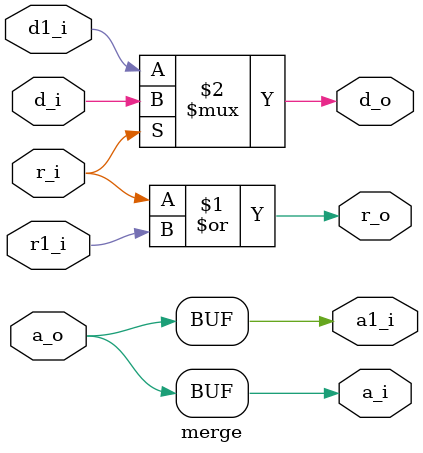
<source format=v>
`ifndef __merge

module merge #(
    parameter N = 32'b1
  ) (
  input r_i,
  output a_i,
  input [N-1:0] d_i,

  input r1_i,
  output a1_i,
  input [N-1:0] d1_i,

  output r_o,
  input a_o,
  output [N-1:0] d_o);

  assign r_o = r_i | r1_i;

  assign a_i = a_o;
  assign a1_i = a_o;

  assign d_o = r_i ? d_i : d1_i;

endmodule

`define __merge
`endif

</source>
